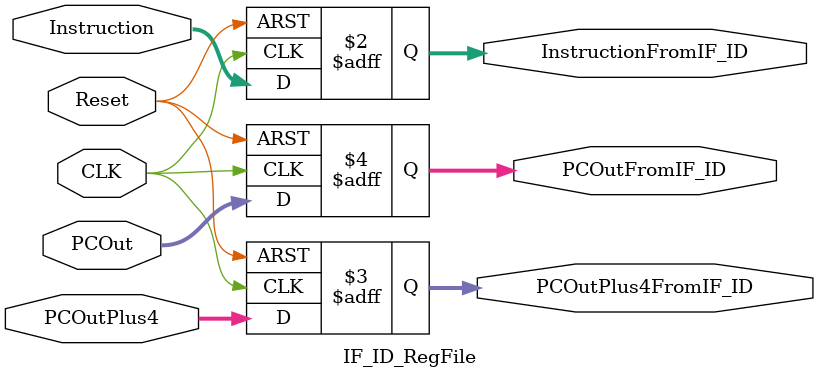
<source format=v>
`timescale 1ns / 1ps

module IF_ID_RegFile(
    input CLK,
    input Reset,
    input[31:0] Instruction,
    input[31:0] PCOutPlus4,
    input[31:0] PCOut,
    output reg[31:0] InstructionFromIF_ID,
    output reg[31:0] PCOutPlus4FromIF_ID,
    output reg[31:0] PCOutFromIF_ID
    );

    always @(posedge CLK, posedge Reset) begin
        if (Reset) begin
            InstructionFromIF_ID <= 0;
            PCOutPlus4FromIF_ID <= 0;
            PCOutFromIF_ID <= 0;
        end else begin
            InstructionFromIF_ID <= Instruction;
            PCOutPlus4FromIF_ID <= PCOutPlus4;
            PCOutFromIF_ID <= PCOut;
        end
    end
endmodule

</source>
